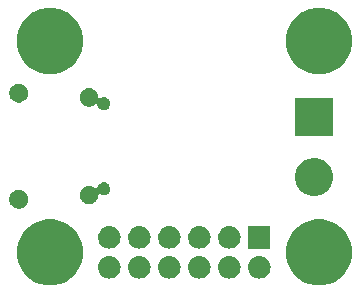
<source format=gbs>
G04 #@! TF.GenerationSoftware,KiCad,Pcbnew,5.1.4*
G04 #@! TF.CreationDate,2019-10-17T14:18:33+11:00*
G04 #@! TF.ProjectId,fabulouspide,66616275-6c6f-4757-9370-6964652e6b69,rev?*
G04 #@! TF.SameCoordinates,Original*
G04 #@! TF.FileFunction,Soldermask,Bot*
G04 #@! TF.FilePolarity,Negative*
%FSLAX46Y46*%
G04 Gerber Fmt 4.6, Leading zero omitted, Abs format (unit mm)*
G04 Created by KiCad (PCBNEW 5.1.4) date 2019-10-17 14:18:33*
%MOMM*%
%LPD*%
G04 APERTURE LIST*
%ADD10C,0.100000*%
G04 APERTURE END LIST*
D10*
G36*
X111357196Y-68201063D02*
G01*
X111867054Y-68412253D01*
X111969016Y-68480382D01*
X112325916Y-68718855D01*
X112716145Y-69109084D01*
X112919687Y-69413706D01*
X113022747Y-69567946D01*
X113233937Y-70077804D01*
X113341600Y-70619065D01*
X113341600Y-71170935D01*
X113233937Y-71712196D01*
X113022747Y-72222054D01*
X113022746Y-72222055D01*
X112716145Y-72680916D01*
X112325916Y-73071145D01*
X112196531Y-73157597D01*
X111867054Y-73377747D01*
X111357196Y-73588937D01*
X110815935Y-73696600D01*
X110264065Y-73696600D01*
X109722804Y-73588937D01*
X109212946Y-73377747D01*
X108883469Y-73157597D01*
X108754084Y-73071145D01*
X108363855Y-72680916D01*
X108057254Y-72222055D01*
X108057253Y-72222054D01*
X107846063Y-71712196D01*
X107738400Y-71170935D01*
X107738400Y-70619065D01*
X107846063Y-70077804D01*
X108057253Y-69567946D01*
X108160313Y-69413706D01*
X108363855Y-69109084D01*
X108754084Y-68718855D01*
X109110984Y-68480382D01*
X109212946Y-68412253D01*
X109722804Y-68201063D01*
X110264065Y-68093400D01*
X110815935Y-68093400D01*
X111357196Y-68201063D01*
X111357196Y-68201063D01*
G37*
G36*
X88567196Y-68201063D02*
G01*
X89077054Y-68412253D01*
X89179016Y-68480382D01*
X89535916Y-68718855D01*
X89926145Y-69109084D01*
X90129687Y-69413706D01*
X90232747Y-69567946D01*
X90443937Y-70077804D01*
X90551600Y-70619065D01*
X90551600Y-71170935D01*
X90443937Y-71712196D01*
X90232747Y-72222054D01*
X90232746Y-72222055D01*
X89926145Y-72680916D01*
X89535916Y-73071145D01*
X89406531Y-73157597D01*
X89077054Y-73377747D01*
X88567196Y-73588937D01*
X88025935Y-73696600D01*
X87474065Y-73696600D01*
X86932804Y-73588937D01*
X86422946Y-73377747D01*
X86093469Y-73157597D01*
X85964084Y-73071145D01*
X85573855Y-72680916D01*
X85267254Y-72222055D01*
X85267253Y-72222054D01*
X85056063Y-71712196D01*
X84948400Y-71170935D01*
X84948400Y-70619065D01*
X85056063Y-70077804D01*
X85267253Y-69567946D01*
X85370313Y-69413706D01*
X85573855Y-69109084D01*
X85964084Y-68718855D01*
X86320984Y-68480382D01*
X86422946Y-68412253D01*
X86932804Y-68201063D01*
X87474065Y-68093400D01*
X88025935Y-68093400D01*
X88567196Y-68201063D01*
X88567196Y-68201063D01*
G37*
G36*
X97953346Y-71212990D02*
G01*
X98046546Y-71222169D01*
X98225923Y-71276583D01*
X98225926Y-71276584D01*
X98240956Y-71284618D01*
X98391238Y-71364945D01*
X98436259Y-71401893D01*
X98536139Y-71483861D01*
X98618107Y-71583741D01*
X98655055Y-71628762D01*
X98696556Y-71706406D01*
X98743416Y-71794074D01*
X98743417Y-71794077D01*
X98797831Y-71973454D01*
X98816204Y-72160000D01*
X98797831Y-72346546D01*
X98759410Y-72473202D01*
X98743416Y-72525926D01*
X98741034Y-72530382D01*
X98655055Y-72691238D01*
X98618107Y-72736259D01*
X98536139Y-72836139D01*
X98436259Y-72918107D01*
X98391238Y-72955055D01*
X98313594Y-72996556D01*
X98225926Y-73043416D01*
X98225923Y-73043417D01*
X98046546Y-73097831D01*
X97953346Y-73107010D01*
X97906747Y-73111600D01*
X97813253Y-73111600D01*
X97766654Y-73107010D01*
X97673454Y-73097831D01*
X97494077Y-73043417D01*
X97494074Y-73043416D01*
X97406406Y-72996556D01*
X97328762Y-72955055D01*
X97283741Y-72918107D01*
X97183861Y-72836139D01*
X97101893Y-72736259D01*
X97064945Y-72691238D01*
X96978966Y-72530382D01*
X96976584Y-72525926D01*
X96960590Y-72473202D01*
X96922169Y-72346546D01*
X96903796Y-72160000D01*
X96922169Y-71973454D01*
X96976583Y-71794077D01*
X96976584Y-71794074D01*
X97023444Y-71706406D01*
X97064945Y-71628762D01*
X97101893Y-71583741D01*
X97183861Y-71483861D01*
X97283741Y-71401893D01*
X97328762Y-71364945D01*
X97479044Y-71284618D01*
X97494074Y-71276584D01*
X97494077Y-71276583D01*
X97673454Y-71222169D01*
X97766654Y-71212990D01*
X97813253Y-71208400D01*
X97906747Y-71208400D01*
X97953346Y-71212990D01*
X97953346Y-71212990D01*
G37*
G36*
X103033346Y-71212990D02*
G01*
X103126546Y-71222169D01*
X103305923Y-71276583D01*
X103305926Y-71276584D01*
X103320956Y-71284618D01*
X103471238Y-71364945D01*
X103516259Y-71401893D01*
X103616139Y-71483861D01*
X103698107Y-71583741D01*
X103735055Y-71628762D01*
X103776556Y-71706406D01*
X103823416Y-71794074D01*
X103823417Y-71794077D01*
X103877831Y-71973454D01*
X103896204Y-72160000D01*
X103877831Y-72346546D01*
X103839410Y-72473202D01*
X103823416Y-72525926D01*
X103821034Y-72530382D01*
X103735055Y-72691238D01*
X103698107Y-72736259D01*
X103616139Y-72836139D01*
X103516259Y-72918107D01*
X103471238Y-72955055D01*
X103393594Y-72996556D01*
X103305926Y-73043416D01*
X103305923Y-73043417D01*
X103126546Y-73097831D01*
X103033346Y-73107010D01*
X102986747Y-73111600D01*
X102893253Y-73111600D01*
X102846654Y-73107010D01*
X102753454Y-73097831D01*
X102574077Y-73043417D01*
X102574074Y-73043416D01*
X102486406Y-72996556D01*
X102408762Y-72955055D01*
X102363741Y-72918107D01*
X102263861Y-72836139D01*
X102181893Y-72736259D01*
X102144945Y-72691238D01*
X102058966Y-72530382D01*
X102056584Y-72525926D01*
X102040590Y-72473202D01*
X102002169Y-72346546D01*
X101983796Y-72160000D01*
X102002169Y-71973454D01*
X102056583Y-71794077D01*
X102056584Y-71794074D01*
X102103444Y-71706406D01*
X102144945Y-71628762D01*
X102181893Y-71583741D01*
X102263861Y-71483861D01*
X102363741Y-71401893D01*
X102408762Y-71364945D01*
X102559044Y-71284618D01*
X102574074Y-71276584D01*
X102574077Y-71276583D01*
X102753454Y-71222169D01*
X102846654Y-71212990D01*
X102893253Y-71208400D01*
X102986747Y-71208400D01*
X103033346Y-71212990D01*
X103033346Y-71212990D01*
G37*
G36*
X105573346Y-71212990D02*
G01*
X105666546Y-71222169D01*
X105845923Y-71276583D01*
X105845926Y-71276584D01*
X105860956Y-71284618D01*
X106011238Y-71364945D01*
X106056259Y-71401893D01*
X106156139Y-71483861D01*
X106238107Y-71583741D01*
X106275055Y-71628762D01*
X106316556Y-71706406D01*
X106363416Y-71794074D01*
X106363417Y-71794077D01*
X106417831Y-71973454D01*
X106436204Y-72160000D01*
X106417831Y-72346546D01*
X106379410Y-72473202D01*
X106363416Y-72525926D01*
X106361034Y-72530382D01*
X106275055Y-72691238D01*
X106238107Y-72736259D01*
X106156139Y-72836139D01*
X106056259Y-72918107D01*
X106011238Y-72955055D01*
X105933594Y-72996556D01*
X105845926Y-73043416D01*
X105845923Y-73043417D01*
X105666546Y-73097831D01*
X105573346Y-73107010D01*
X105526747Y-73111600D01*
X105433253Y-73111600D01*
X105386654Y-73107010D01*
X105293454Y-73097831D01*
X105114077Y-73043417D01*
X105114074Y-73043416D01*
X105026406Y-72996556D01*
X104948762Y-72955055D01*
X104903741Y-72918107D01*
X104803861Y-72836139D01*
X104721893Y-72736259D01*
X104684945Y-72691238D01*
X104598966Y-72530382D01*
X104596584Y-72525926D01*
X104580590Y-72473202D01*
X104542169Y-72346546D01*
X104523796Y-72160000D01*
X104542169Y-71973454D01*
X104596583Y-71794077D01*
X104596584Y-71794074D01*
X104643444Y-71706406D01*
X104684945Y-71628762D01*
X104721893Y-71583741D01*
X104803861Y-71483861D01*
X104903741Y-71401893D01*
X104948762Y-71364945D01*
X105099044Y-71284618D01*
X105114074Y-71276584D01*
X105114077Y-71276583D01*
X105293454Y-71222169D01*
X105386654Y-71212990D01*
X105433253Y-71208400D01*
X105526747Y-71208400D01*
X105573346Y-71212990D01*
X105573346Y-71212990D01*
G37*
G36*
X100493346Y-71212990D02*
G01*
X100586546Y-71222169D01*
X100765923Y-71276583D01*
X100765926Y-71276584D01*
X100780956Y-71284618D01*
X100931238Y-71364945D01*
X100976259Y-71401893D01*
X101076139Y-71483861D01*
X101158107Y-71583741D01*
X101195055Y-71628762D01*
X101236556Y-71706406D01*
X101283416Y-71794074D01*
X101283417Y-71794077D01*
X101337831Y-71973454D01*
X101356204Y-72160000D01*
X101337831Y-72346546D01*
X101299410Y-72473202D01*
X101283416Y-72525926D01*
X101281034Y-72530382D01*
X101195055Y-72691238D01*
X101158107Y-72736259D01*
X101076139Y-72836139D01*
X100976259Y-72918107D01*
X100931238Y-72955055D01*
X100853594Y-72996556D01*
X100765926Y-73043416D01*
X100765923Y-73043417D01*
X100586546Y-73097831D01*
X100493346Y-73107010D01*
X100446747Y-73111600D01*
X100353253Y-73111600D01*
X100306654Y-73107010D01*
X100213454Y-73097831D01*
X100034077Y-73043417D01*
X100034074Y-73043416D01*
X99946406Y-72996556D01*
X99868762Y-72955055D01*
X99823741Y-72918107D01*
X99723861Y-72836139D01*
X99641893Y-72736259D01*
X99604945Y-72691238D01*
X99518966Y-72530382D01*
X99516584Y-72525926D01*
X99500590Y-72473202D01*
X99462169Y-72346546D01*
X99443796Y-72160000D01*
X99462169Y-71973454D01*
X99516583Y-71794077D01*
X99516584Y-71794074D01*
X99563444Y-71706406D01*
X99604945Y-71628762D01*
X99641893Y-71583741D01*
X99723861Y-71483861D01*
X99823741Y-71401893D01*
X99868762Y-71364945D01*
X100019044Y-71284618D01*
X100034074Y-71276584D01*
X100034077Y-71276583D01*
X100213454Y-71222169D01*
X100306654Y-71212990D01*
X100353253Y-71208400D01*
X100446747Y-71208400D01*
X100493346Y-71212990D01*
X100493346Y-71212990D01*
G37*
G36*
X95413346Y-71212990D02*
G01*
X95506546Y-71222169D01*
X95685923Y-71276583D01*
X95685926Y-71276584D01*
X95700956Y-71284618D01*
X95851238Y-71364945D01*
X95896259Y-71401893D01*
X95996139Y-71483861D01*
X96078107Y-71583741D01*
X96115055Y-71628762D01*
X96156556Y-71706406D01*
X96203416Y-71794074D01*
X96203417Y-71794077D01*
X96257831Y-71973454D01*
X96276204Y-72160000D01*
X96257831Y-72346546D01*
X96219410Y-72473202D01*
X96203416Y-72525926D01*
X96201034Y-72530382D01*
X96115055Y-72691238D01*
X96078107Y-72736259D01*
X95996139Y-72836139D01*
X95896259Y-72918107D01*
X95851238Y-72955055D01*
X95773594Y-72996556D01*
X95685926Y-73043416D01*
X95685923Y-73043417D01*
X95506546Y-73097831D01*
X95413346Y-73107010D01*
X95366747Y-73111600D01*
X95273253Y-73111600D01*
X95226654Y-73107010D01*
X95133454Y-73097831D01*
X94954077Y-73043417D01*
X94954074Y-73043416D01*
X94866406Y-72996556D01*
X94788762Y-72955055D01*
X94743741Y-72918107D01*
X94643861Y-72836139D01*
X94561893Y-72736259D01*
X94524945Y-72691238D01*
X94438966Y-72530382D01*
X94436584Y-72525926D01*
X94420590Y-72473202D01*
X94382169Y-72346546D01*
X94363796Y-72160000D01*
X94382169Y-71973454D01*
X94436583Y-71794077D01*
X94436584Y-71794074D01*
X94483444Y-71706406D01*
X94524945Y-71628762D01*
X94561893Y-71583741D01*
X94643861Y-71483861D01*
X94743741Y-71401893D01*
X94788762Y-71364945D01*
X94939044Y-71284618D01*
X94954074Y-71276584D01*
X94954077Y-71276583D01*
X95133454Y-71222169D01*
X95226654Y-71212990D01*
X95273253Y-71208400D01*
X95366747Y-71208400D01*
X95413346Y-71212990D01*
X95413346Y-71212990D01*
G37*
G36*
X92873346Y-71212990D02*
G01*
X92966546Y-71222169D01*
X93145923Y-71276583D01*
X93145926Y-71276584D01*
X93160956Y-71284618D01*
X93311238Y-71364945D01*
X93356259Y-71401893D01*
X93456139Y-71483861D01*
X93538107Y-71583741D01*
X93575055Y-71628762D01*
X93616556Y-71706406D01*
X93663416Y-71794074D01*
X93663417Y-71794077D01*
X93717831Y-71973454D01*
X93736204Y-72160000D01*
X93717831Y-72346546D01*
X93679410Y-72473202D01*
X93663416Y-72525926D01*
X93661034Y-72530382D01*
X93575055Y-72691238D01*
X93538107Y-72736259D01*
X93456139Y-72836139D01*
X93356259Y-72918107D01*
X93311238Y-72955055D01*
X93233594Y-72996556D01*
X93145926Y-73043416D01*
X93145923Y-73043417D01*
X92966546Y-73097831D01*
X92873346Y-73107010D01*
X92826747Y-73111600D01*
X92733253Y-73111600D01*
X92686654Y-73107010D01*
X92593454Y-73097831D01*
X92414077Y-73043417D01*
X92414074Y-73043416D01*
X92326406Y-72996556D01*
X92248762Y-72955055D01*
X92203741Y-72918107D01*
X92103861Y-72836139D01*
X92021893Y-72736259D01*
X91984945Y-72691238D01*
X91898966Y-72530382D01*
X91896584Y-72525926D01*
X91880590Y-72473202D01*
X91842169Y-72346546D01*
X91823796Y-72160000D01*
X91842169Y-71973454D01*
X91896583Y-71794077D01*
X91896584Y-71794074D01*
X91943444Y-71706406D01*
X91984945Y-71628762D01*
X92021893Y-71583741D01*
X92103861Y-71483861D01*
X92203741Y-71401893D01*
X92248762Y-71364945D01*
X92399044Y-71284618D01*
X92414074Y-71276584D01*
X92414077Y-71276583D01*
X92593454Y-71222169D01*
X92686654Y-71212990D01*
X92733253Y-71208400D01*
X92826747Y-71208400D01*
X92873346Y-71212990D01*
X92873346Y-71212990D01*
G37*
G36*
X92873346Y-68672990D02*
G01*
X92966546Y-68682169D01*
X93145923Y-68736583D01*
X93145926Y-68736584D01*
X93233594Y-68783444D01*
X93311238Y-68824945D01*
X93356259Y-68861893D01*
X93456139Y-68943861D01*
X93515596Y-69016311D01*
X93575055Y-69088762D01*
X93604237Y-69143358D01*
X93663416Y-69254074D01*
X93663417Y-69254077D01*
X93717831Y-69433454D01*
X93736204Y-69620000D01*
X93717831Y-69806546D01*
X93669852Y-69964709D01*
X93663416Y-69985926D01*
X93616556Y-70073594D01*
X93575055Y-70151238D01*
X93538107Y-70196259D01*
X93456139Y-70296139D01*
X93356259Y-70378107D01*
X93311238Y-70415055D01*
X93244947Y-70450488D01*
X93145926Y-70503416D01*
X93145923Y-70503417D01*
X92966546Y-70557831D01*
X92873346Y-70567010D01*
X92826747Y-70571600D01*
X92733253Y-70571600D01*
X92686654Y-70567010D01*
X92593454Y-70557831D01*
X92414077Y-70503417D01*
X92414074Y-70503416D01*
X92315053Y-70450488D01*
X92248762Y-70415055D01*
X92203741Y-70378107D01*
X92103861Y-70296139D01*
X92021893Y-70196259D01*
X91984945Y-70151238D01*
X91943444Y-70073594D01*
X91896584Y-69985926D01*
X91890148Y-69964709D01*
X91842169Y-69806546D01*
X91823796Y-69620000D01*
X91842169Y-69433454D01*
X91896583Y-69254077D01*
X91896584Y-69254074D01*
X91955763Y-69143358D01*
X91984945Y-69088762D01*
X92044404Y-69016311D01*
X92103861Y-68943861D01*
X92203741Y-68861893D01*
X92248762Y-68824945D01*
X92326406Y-68783444D01*
X92414074Y-68736584D01*
X92414077Y-68736583D01*
X92593454Y-68682169D01*
X92686654Y-68672990D01*
X92733253Y-68668400D01*
X92826747Y-68668400D01*
X92873346Y-68672990D01*
X92873346Y-68672990D01*
G37*
G36*
X95413346Y-68672990D02*
G01*
X95506546Y-68682169D01*
X95685923Y-68736583D01*
X95685926Y-68736584D01*
X95773594Y-68783444D01*
X95851238Y-68824945D01*
X95896259Y-68861893D01*
X95996139Y-68943861D01*
X96055596Y-69016311D01*
X96115055Y-69088762D01*
X96144237Y-69143358D01*
X96203416Y-69254074D01*
X96203417Y-69254077D01*
X96257831Y-69433454D01*
X96276204Y-69620000D01*
X96257831Y-69806546D01*
X96209852Y-69964709D01*
X96203416Y-69985926D01*
X96156556Y-70073594D01*
X96115055Y-70151238D01*
X96078107Y-70196259D01*
X95996139Y-70296139D01*
X95896259Y-70378107D01*
X95851238Y-70415055D01*
X95784947Y-70450488D01*
X95685926Y-70503416D01*
X95685923Y-70503417D01*
X95506546Y-70557831D01*
X95413346Y-70567010D01*
X95366747Y-70571600D01*
X95273253Y-70571600D01*
X95226654Y-70567010D01*
X95133454Y-70557831D01*
X94954077Y-70503417D01*
X94954074Y-70503416D01*
X94855053Y-70450488D01*
X94788762Y-70415055D01*
X94743741Y-70378107D01*
X94643861Y-70296139D01*
X94561893Y-70196259D01*
X94524945Y-70151238D01*
X94483444Y-70073594D01*
X94436584Y-69985926D01*
X94430148Y-69964709D01*
X94382169Y-69806546D01*
X94363796Y-69620000D01*
X94382169Y-69433454D01*
X94436583Y-69254077D01*
X94436584Y-69254074D01*
X94495763Y-69143358D01*
X94524945Y-69088762D01*
X94584404Y-69016311D01*
X94643861Y-68943861D01*
X94743741Y-68861893D01*
X94788762Y-68824945D01*
X94866406Y-68783444D01*
X94954074Y-68736584D01*
X94954077Y-68736583D01*
X95133454Y-68682169D01*
X95226654Y-68672990D01*
X95273253Y-68668400D01*
X95366747Y-68668400D01*
X95413346Y-68672990D01*
X95413346Y-68672990D01*
G37*
G36*
X97953346Y-68672990D02*
G01*
X98046546Y-68682169D01*
X98225923Y-68736583D01*
X98225926Y-68736584D01*
X98313594Y-68783444D01*
X98391238Y-68824945D01*
X98436259Y-68861893D01*
X98536139Y-68943861D01*
X98595596Y-69016311D01*
X98655055Y-69088762D01*
X98684237Y-69143358D01*
X98743416Y-69254074D01*
X98743417Y-69254077D01*
X98797831Y-69433454D01*
X98816204Y-69620000D01*
X98797831Y-69806546D01*
X98749852Y-69964709D01*
X98743416Y-69985926D01*
X98696556Y-70073594D01*
X98655055Y-70151238D01*
X98618107Y-70196259D01*
X98536139Y-70296139D01*
X98436259Y-70378107D01*
X98391238Y-70415055D01*
X98324947Y-70450488D01*
X98225926Y-70503416D01*
X98225923Y-70503417D01*
X98046546Y-70557831D01*
X97953346Y-70567010D01*
X97906747Y-70571600D01*
X97813253Y-70571600D01*
X97766654Y-70567010D01*
X97673454Y-70557831D01*
X97494077Y-70503417D01*
X97494074Y-70503416D01*
X97395053Y-70450488D01*
X97328762Y-70415055D01*
X97283741Y-70378107D01*
X97183861Y-70296139D01*
X97101893Y-70196259D01*
X97064945Y-70151238D01*
X97023444Y-70073594D01*
X96976584Y-69985926D01*
X96970148Y-69964709D01*
X96922169Y-69806546D01*
X96903796Y-69620000D01*
X96922169Y-69433454D01*
X96976583Y-69254077D01*
X96976584Y-69254074D01*
X97035763Y-69143358D01*
X97064945Y-69088762D01*
X97124404Y-69016311D01*
X97183861Y-68943861D01*
X97283741Y-68861893D01*
X97328762Y-68824945D01*
X97406406Y-68783444D01*
X97494074Y-68736584D01*
X97494077Y-68736583D01*
X97673454Y-68682169D01*
X97766654Y-68672990D01*
X97813253Y-68668400D01*
X97906747Y-68668400D01*
X97953346Y-68672990D01*
X97953346Y-68672990D01*
G37*
G36*
X100493346Y-68672990D02*
G01*
X100586546Y-68682169D01*
X100765923Y-68736583D01*
X100765926Y-68736584D01*
X100853594Y-68783444D01*
X100931238Y-68824945D01*
X100976259Y-68861893D01*
X101076139Y-68943861D01*
X101135596Y-69016311D01*
X101195055Y-69088762D01*
X101224237Y-69143358D01*
X101283416Y-69254074D01*
X101283417Y-69254077D01*
X101337831Y-69433454D01*
X101356204Y-69620000D01*
X101337831Y-69806546D01*
X101289852Y-69964709D01*
X101283416Y-69985926D01*
X101236556Y-70073594D01*
X101195055Y-70151238D01*
X101158107Y-70196259D01*
X101076139Y-70296139D01*
X100976259Y-70378107D01*
X100931238Y-70415055D01*
X100864947Y-70450488D01*
X100765926Y-70503416D01*
X100765923Y-70503417D01*
X100586546Y-70557831D01*
X100493346Y-70567010D01*
X100446747Y-70571600D01*
X100353253Y-70571600D01*
X100306654Y-70567010D01*
X100213454Y-70557831D01*
X100034077Y-70503417D01*
X100034074Y-70503416D01*
X99935053Y-70450488D01*
X99868762Y-70415055D01*
X99823741Y-70378107D01*
X99723861Y-70296139D01*
X99641893Y-70196259D01*
X99604945Y-70151238D01*
X99563444Y-70073594D01*
X99516584Y-69985926D01*
X99510148Y-69964709D01*
X99462169Y-69806546D01*
X99443796Y-69620000D01*
X99462169Y-69433454D01*
X99516583Y-69254077D01*
X99516584Y-69254074D01*
X99575763Y-69143358D01*
X99604945Y-69088762D01*
X99664404Y-69016311D01*
X99723861Y-68943861D01*
X99823741Y-68861893D01*
X99868762Y-68824945D01*
X99946406Y-68783444D01*
X100034074Y-68736584D01*
X100034077Y-68736583D01*
X100213454Y-68682169D01*
X100306654Y-68672990D01*
X100353253Y-68668400D01*
X100446747Y-68668400D01*
X100493346Y-68672990D01*
X100493346Y-68672990D01*
G37*
G36*
X106431600Y-70571600D02*
G01*
X104528400Y-70571600D01*
X104528400Y-68668400D01*
X106431600Y-68668400D01*
X106431600Y-70571600D01*
X106431600Y-70571600D01*
G37*
G36*
X103033346Y-68672990D02*
G01*
X103126546Y-68682169D01*
X103305923Y-68736583D01*
X103305926Y-68736584D01*
X103393594Y-68783444D01*
X103471238Y-68824945D01*
X103516259Y-68861893D01*
X103616139Y-68943861D01*
X103675596Y-69016311D01*
X103735055Y-69088762D01*
X103764237Y-69143358D01*
X103823416Y-69254074D01*
X103823417Y-69254077D01*
X103877831Y-69433454D01*
X103896204Y-69620000D01*
X103877831Y-69806546D01*
X103829852Y-69964709D01*
X103823416Y-69985926D01*
X103776556Y-70073594D01*
X103735055Y-70151238D01*
X103698107Y-70196259D01*
X103616139Y-70296139D01*
X103516259Y-70378107D01*
X103471238Y-70415055D01*
X103404947Y-70450488D01*
X103305926Y-70503416D01*
X103305923Y-70503417D01*
X103126546Y-70557831D01*
X103033346Y-70567010D01*
X102986747Y-70571600D01*
X102893253Y-70571600D01*
X102846654Y-70567010D01*
X102753454Y-70557831D01*
X102574077Y-70503417D01*
X102574074Y-70503416D01*
X102475053Y-70450488D01*
X102408762Y-70415055D01*
X102363741Y-70378107D01*
X102263861Y-70296139D01*
X102181893Y-70196259D01*
X102144945Y-70151238D01*
X102103444Y-70073594D01*
X102056584Y-69985926D01*
X102050148Y-69964709D01*
X102002169Y-69806546D01*
X101983796Y-69620000D01*
X102002169Y-69433454D01*
X102056583Y-69254077D01*
X102056584Y-69254074D01*
X102115763Y-69143358D01*
X102144945Y-69088762D01*
X102204404Y-69016311D01*
X102263861Y-68943861D01*
X102363741Y-68861893D01*
X102408762Y-68824945D01*
X102486406Y-68783444D01*
X102574074Y-68736584D01*
X102574077Y-68736583D01*
X102753454Y-68682169D01*
X102846654Y-68672990D01*
X102893253Y-68668400D01*
X102986747Y-68668400D01*
X103033346Y-68672990D01*
X103033346Y-68672990D01*
G37*
G36*
X85266385Y-65603803D02*
G01*
X85343818Y-65619205D01*
X85489700Y-65679631D01*
X85620990Y-65767356D01*
X85732644Y-65879010D01*
X85820369Y-66010300D01*
X85880795Y-66156182D01*
X85880795Y-66156183D01*
X85911600Y-66311048D01*
X85911600Y-66468952D01*
X85896197Y-66546385D01*
X85880795Y-66623818D01*
X85820369Y-66769700D01*
X85732644Y-66900990D01*
X85620990Y-67012644D01*
X85489700Y-67100369D01*
X85343818Y-67160795D01*
X85266385Y-67176197D01*
X85188952Y-67191600D01*
X85031048Y-67191600D01*
X84953615Y-67176197D01*
X84876182Y-67160795D01*
X84730300Y-67100369D01*
X84599010Y-67012644D01*
X84487356Y-66900990D01*
X84399631Y-66769700D01*
X84339205Y-66623818D01*
X84323803Y-66546385D01*
X84308400Y-66468952D01*
X84308400Y-66311048D01*
X84339205Y-66156183D01*
X84339205Y-66156182D01*
X84399631Y-66010300D01*
X84487356Y-65879010D01*
X84599010Y-65767356D01*
X84730300Y-65679631D01*
X84876182Y-65619205D01*
X84953615Y-65603803D01*
X85031048Y-65588400D01*
X85188952Y-65588400D01*
X85266385Y-65603803D01*
X85266385Y-65603803D01*
G37*
G36*
X92470893Y-64969597D02*
G01*
X92470895Y-64969598D01*
X92470896Y-64969598D01*
X92571281Y-65011178D01*
X92661625Y-65071544D01*
X92738456Y-65148375D01*
X92798822Y-65238719D01*
X92840402Y-65339104D01*
X92840403Y-65339107D01*
X92861600Y-65445671D01*
X92861600Y-65554329D01*
X92840626Y-65659773D01*
X92840402Y-65660896D01*
X92798822Y-65761281D01*
X92738456Y-65851625D01*
X92661625Y-65928456D01*
X92571281Y-65988822D01*
X92470896Y-66030402D01*
X92470895Y-66030402D01*
X92470893Y-66030403D01*
X92364329Y-66051600D01*
X92255671Y-66051600D01*
X92149107Y-66030403D01*
X92149105Y-66030402D01*
X92149104Y-66030402D01*
X92048719Y-65988822D01*
X92036037Y-65980348D01*
X92014435Y-65968802D01*
X91990986Y-65961688D01*
X91966600Y-65959286D01*
X91942214Y-65961688D01*
X91918765Y-65968800D01*
X91897154Y-65980351D01*
X91878212Y-65995896D01*
X91862667Y-66014838D01*
X91851116Y-66036449D01*
X91844002Y-66059898D01*
X91841600Y-66084285D01*
X91841600Y-66106982D01*
X91831813Y-66156183D01*
X91811564Y-66257984D01*
X91752645Y-66400227D01*
X91667108Y-66528241D01*
X91558241Y-66637108D01*
X91430227Y-66722645D01*
X91430226Y-66722646D01*
X91430225Y-66722646D01*
X91287984Y-66781564D01*
X91136982Y-66811600D01*
X90983018Y-66811600D01*
X90832016Y-66781564D01*
X90689775Y-66722646D01*
X90689774Y-66722646D01*
X90689773Y-66722645D01*
X90561759Y-66637108D01*
X90452892Y-66528241D01*
X90367355Y-66400227D01*
X90308436Y-66257984D01*
X90288187Y-66156183D01*
X90278400Y-66106982D01*
X90278400Y-65953018D01*
X90308436Y-65802016D01*
X90367354Y-65659775D01*
X90452891Y-65531760D01*
X90561760Y-65422891D01*
X90687151Y-65339107D01*
X90689773Y-65337355D01*
X90832016Y-65278436D01*
X90851100Y-65274640D01*
X90983018Y-65248400D01*
X91136982Y-65248400D01*
X91268900Y-65274640D01*
X91287984Y-65278436D01*
X91430227Y-65337355D01*
X91432849Y-65339107D01*
X91558240Y-65422891D01*
X91563609Y-65428260D01*
X91582551Y-65443805D01*
X91604162Y-65455356D01*
X91627611Y-65462469D01*
X91651997Y-65464871D01*
X91676383Y-65462469D01*
X91699832Y-65455356D01*
X91721443Y-65443805D01*
X91740385Y-65428260D01*
X91755930Y-65409318D01*
X91767481Y-65387707D01*
X91774594Y-65364257D01*
X91779596Y-65339107D01*
X91806299Y-65274642D01*
X91821178Y-65238719D01*
X91881544Y-65148375D01*
X91958375Y-65071544D01*
X92048719Y-65011178D01*
X92149104Y-64969598D01*
X92149105Y-64969598D01*
X92149107Y-64969597D01*
X92255671Y-64948400D01*
X92364329Y-64948400D01*
X92470893Y-64969597D01*
X92470893Y-64969597D01*
G37*
G36*
X110586328Y-62975948D02*
G01*
X110877800Y-63096680D01*
X110877802Y-63096681D01*
X111140120Y-63271956D01*
X111363204Y-63495040D01*
X111538480Y-63757360D01*
X111659212Y-64048832D01*
X111720760Y-64358255D01*
X111720760Y-64673745D01*
X111659212Y-64983168D01*
X111553360Y-65238716D01*
X111538479Y-65274642D01*
X111363204Y-65536960D01*
X111140120Y-65760044D01*
X110877802Y-65935319D01*
X110877801Y-65935320D01*
X110877800Y-65935320D01*
X110586328Y-66056052D01*
X110276905Y-66117600D01*
X109961415Y-66117600D01*
X109651992Y-66056052D01*
X109360520Y-65935320D01*
X109360519Y-65935320D01*
X109360518Y-65935319D01*
X109098200Y-65760044D01*
X108875116Y-65536960D01*
X108699841Y-65274642D01*
X108684960Y-65238716D01*
X108579108Y-64983168D01*
X108517560Y-64673745D01*
X108517560Y-64358255D01*
X108579108Y-64048832D01*
X108699840Y-63757360D01*
X108875116Y-63495040D01*
X109098200Y-63271956D01*
X109360518Y-63096681D01*
X109360520Y-63096680D01*
X109651992Y-62975948D01*
X109961415Y-62914400D01*
X110276905Y-62914400D01*
X110586328Y-62975948D01*
X110586328Y-62975948D01*
G37*
G36*
X111720760Y-61037600D02*
G01*
X108517560Y-61037600D01*
X108517560Y-57834400D01*
X111720760Y-57834400D01*
X111720760Y-61037600D01*
X111720760Y-61037600D01*
G37*
G36*
X91287984Y-57018436D02*
G01*
X91430227Y-57077355D01*
X91494669Y-57120414D01*
X91558240Y-57162891D01*
X91667109Y-57271760D01*
X91752646Y-57399775D01*
X91811564Y-57542016D01*
X91841600Y-57693018D01*
X91841600Y-57715715D01*
X91844002Y-57740101D01*
X91851115Y-57763550D01*
X91862666Y-57785161D01*
X91878211Y-57804103D01*
X91897153Y-57819648D01*
X91918764Y-57831199D01*
X91942213Y-57838312D01*
X91966599Y-57840714D01*
X91990985Y-57838312D01*
X92014434Y-57831199D01*
X92036037Y-57819652D01*
X92048719Y-57811178D01*
X92149104Y-57769598D01*
X92149105Y-57769598D01*
X92149107Y-57769597D01*
X92255671Y-57748400D01*
X92364329Y-57748400D01*
X92470893Y-57769597D01*
X92470895Y-57769598D01*
X92470896Y-57769598D01*
X92571281Y-57811178D01*
X92661625Y-57871544D01*
X92738456Y-57948375D01*
X92798822Y-58038719D01*
X92832642Y-58120369D01*
X92840403Y-58139107D01*
X92861600Y-58245671D01*
X92861600Y-58354329D01*
X92845406Y-58435743D01*
X92840402Y-58460896D01*
X92798822Y-58561281D01*
X92738456Y-58651625D01*
X92661625Y-58728456D01*
X92571281Y-58788822D01*
X92470896Y-58830402D01*
X92470895Y-58830402D01*
X92470893Y-58830403D01*
X92364329Y-58851600D01*
X92255671Y-58851600D01*
X92149107Y-58830403D01*
X92149105Y-58830402D01*
X92149104Y-58830402D01*
X92048719Y-58788822D01*
X91958375Y-58728456D01*
X91881544Y-58651625D01*
X91821178Y-58561281D01*
X91800388Y-58511088D01*
X91779596Y-58460893D01*
X91774594Y-58435743D01*
X91767481Y-58412294D01*
X91755930Y-58390683D01*
X91740385Y-58371741D01*
X91721444Y-58356196D01*
X91699833Y-58344644D01*
X91676384Y-58337531D01*
X91651998Y-58335129D01*
X91627612Y-58337531D01*
X91604163Y-58344644D01*
X91582552Y-58356195D01*
X91563609Y-58371740D01*
X91558241Y-58377108D01*
X91430227Y-58462645D01*
X91430226Y-58462646D01*
X91430225Y-58462646D01*
X91287984Y-58521564D01*
X91136982Y-58551600D01*
X90983018Y-58551600D01*
X90832016Y-58521564D01*
X90689775Y-58462646D01*
X90689774Y-58462646D01*
X90689773Y-58462645D01*
X90561759Y-58377108D01*
X90452892Y-58268241D01*
X90367355Y-58140227D01*
X90359130Y-58120369D01*
X90308436Y-57997984D01*
X90278400Y-57846982D01*
X90278400Y-57693018D01*
X90308436Y-57542016D01*
X90367354Y-57399775D01*
X90452891Y-57271760D01*
X90561760Y-57162891D01*
X90625331Y-57120414D01*
X90689773Y-57077355D01*
X90832016Y-57018436D01*
X90983018Y-56988400D01*
X91136982Y-56988400D01*
X91287984Y-57018436D01*
X91287984Y-57018436D01*
G37*
G36*
X85266385Y-56623803D02*
G01*
X85343818Y-56639205D01*
X85489700Y-56699631D01*
X85620990Y-56787356D01*
X85732644Y-56899010D01*
X85820369Y-57030300D01*
X85875290Y-57162892D01*
X85880795Y-57176183D01*
X85899807Y-57271759D01*
X85911600Y-57331049D01*
X85911600Y-57488951D01*
X85880795Y-57643818D01*
X85820369Y-57789700D01*
X85732644Y-57920990D01*
X85620990Y-58032644D01*
X85489700Y-58120369D01*
X85343818Y-58180795D01*
X85266385Y-58196197D01*
X85188952Y-58211600D01*
X85031048Y-58211600D01*
X84953615Y-58196197D01*
X84876182Y-58180795D01*
X84730300Y-58120369D01*
X84599010Y-58032644D01*
X84487356Y-57920990D01*
X84399631Y-57789700D01*
X84339205Y-57643818D01*
X84308400Y-57488951D01*
X84308400Y-57331049D01*
X84320194Y-57271759D01*
X84339205Y-57176183D01*
X84344710Y-57162892D01*
X84399631Y-57030300D01*
X84487356Y-56899010D01*
X84599010Y-56787356D01*
X84730300Y-56699631D01*
X84876182Y-56639205D01*
X84953615Y-56623803D01*
X85031048Y-56608400D01*
X85188952Y-56608400D01*
X85266385Y-56623803D01*
X85266385Y-56623803D01*
G37*
G36*
X111357196Y-50296063D02*
G01*
X111867054Y-50507253D01*
X111969016Y-50575382D01*
X112325916Y-50813855D01*
X112716145Y-51204084D01*
X112919687Y-51508706D01*
X113022747Y-51662946D01*
X113233937Y-52172804D01*
X113341600Y-52714065D01*
X113341600Y-53265935D01*
X113233937Y-53807196D01*
X113022747Y-54317054D01*
X113022746Y-54317055D01*
X112716145Y-54775916D01*
X112325916Y-55166145D01*
X112196531Y-55252597D01*
X111867054Y-55472747D01*
X111357196Y-55683937D01*
X110815935Y-55791600D01*
X110264065Y-55791600D01*
X109722804Y-55683937D01*
X109212946Y-55472747D01*
X108883469Y-55252597D01*
X108754084Y-55166145D01*
X108363855Y-54775916D01*
X108057254Y-54317055D01*
X108057253Y-54317054D01*
X107846063Y-53807196D01*
X107738400Y-53265935D01*
X107738400Y-52714065D01*
X107846063Y-52172804D01*
X108057253Y-51662946D01*
X108160313Y-51508706D01*
X108363855Y-51204084D01*
X108754084Y-50813855D01*
X109110984Y-50575382D01*
X109212946Y-50507253D01*
X109722804Y-50296063D01*
X110264065Y-50188400D01*
X110815935Y-50188400D01*
X111357196Y-50296063D01*
X111357196Y-50296063D01*
G37*
G36*
X88567196Y-50296063D02*
G01*
X89077054Y-50507253D01*
X89179016Y-50575382D01*
X89535916Y-50813855D01*
X89926145Y-51204084D01*
X90129687Y-51508706D01*
X90232747Y-51662946D01*
X90443937Y-52172804D01*
X90551600Y-52714065D01*
X90551600Y-53265935D01*
X90443937Y-53807196D01*
X90232747Y-54317054D01*
X90232746Y-54317055D01*
X89926145Y-54775916D01*
X89535916Y-55166145D01*
X89406531Y-55252597D01*
X89077054Y-55472747D01*
X88567196Y-55683937D01*
X88025935Y-55791600D01*
X87474065Y-55791600D01*
X86932804Y-55683937D01*
X86422946Y-55472747D01*
X86093469Y-55252597D01*
X85964084Y-55166145D01*
X85573855Y-54775916D01*
X85267254Y-54317055D01*
X85267253Y-54317054D01*
X85056063Y-53807196D01*
X84948400Y-53265935D01*
X84948400Y-52714065D01*
X85056063Y-52172804D01*
X85267253Y-51662946D01*
X85370313Y-51508706D01*
X85573855Y-51204084D01*
X85964084Y-50813855D01*
X86320984Y-50575382D01*
X86422946Y-50507253D01*
X86932804Y-50296063D01*
X87474065Y-50188400D01*
X88025935Y-50188400D01*
X88567196Y-50296063D01*
X88567196Y-50296063D01*
G37*
M02*

</source>
